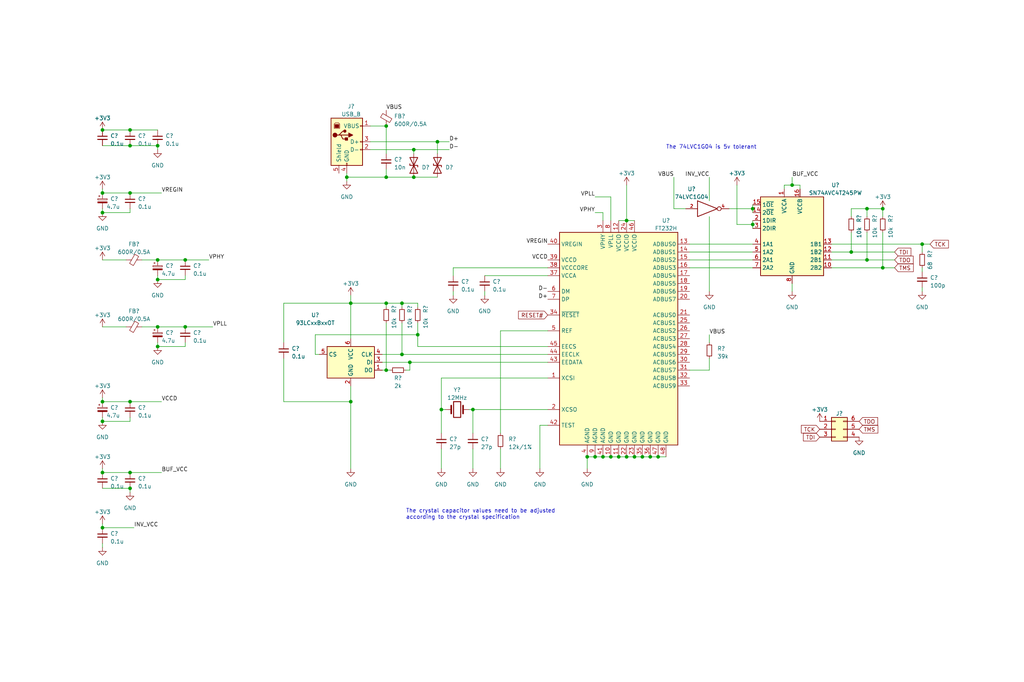
<source format=kicad_sch>
(kicad_sch (version 20210126) (generator eeschema)
  (paper "User" 329.997 219.989)
  (title_block (title "JTAG interface") (date "2021-04-24") (rev "A"))
  (lib_symbols
    (symbol "74xGxx:74LVC1G04" (pin_names (offset 1.016))
      (property "Reference" "U" (at -2.54 3.81 0))
      (property "Value" "74LVC1G04" (at 0 -3.81 0))
      (symbol "74LVC1G04_0_1"
        (polyline (pts (xy -3.81 2.54) (xy -3.81 -2.54) (xy 2.54 0) (xy -3.81 2.54)) (stroke (width 0.254)))
      )
      (symbol "74LVC1G04_1_1"
        (pin input line (at -7.62 0 0) (length 3.81) (name "~") (number "2"))
        (pin power_in line (at 0 -2.54 270) (length 0) hide (name "GND") (number "3"))
        (pin output inverted (at 6.35 0 180) (length 3.81) (name "~") (number "4"))
        (pin power_in line (at 0 2.54 90) (length 0) hide (name "VCC") (number "5"))
      )
    )
    (symbol "Connector:USB_B" (pin_names (offset 1.016))
      (property "Reference" "J" (at -5.08 11.43 0))
      (property "Value" "USB_B" (at -5.08 8.89 0))
      (symbol "USB_B_0_1"
        (circle (center -3.81 2.159) (radius 0.635) (stroke (width 0.254)) (fill (type outline)))
        (circle (center -0.635 3.429) (radius 0.381) (stroke (width 0.254)) (fill (type outline)))
        (rectangle (start -0.127 -7.62) (end 0.127 -6.858))
        (rectangle (start 5.08 -2.667) (end 4.318 -2.413))
        (rectangle (start 5.08 -0.127) (end 4.318 0.127))
        (rectangle (start 5.08 4.953) (end 4.318 5.207))
        (rectangle (start -3.81 5.588) (end -2.54 4.572) (fill (type outline)))
        (rectangle (start 0.254 1.27) (end -0.508 0.508) (stroke (width 0.254)) (fill (type outline)))
        (rectangle (start -5.08 -7.62) (end 5.08 7.62) (stroke (width 0.254)) (fill (type background)))
        (polyline (pts (xy -1.905 2.159) (xy 0.635 2.159)) (stroke (width 0.254)))
        (polyline (pts (xy -3.175 2.159) (xy -2.54 2.159) (xy -1.27 3.429) (xy -0.635 3.429)) (stroke (width 0.254)))
        (polyline (pts (xy -2.54 2.159) (xy -1.905 2.159) (xy -1.27 0.889) (xy 0 0.889)) (stroke (width 0.254)))
        (polyline (pts (xy -4.064 4.318) (xy -2.286 4.318) (xy -2.286 5.715) (xy -2.667 6.096) (xy -3.683 6.096) (xy -4.064 5.715) (xy -4.064 4.318)))
        (polyline (pts (xy 0.635 2.794) (xy 0.635 1.524) (xy 1.905 2.159) (xy 0.635 2.794)) (stroke (width 0.254)) (fill (type outline)))
      )
      (symbol "USB_B_1_1"
        (pin power_out line (at 7.62 5.08 180) (length 2.54) (name "VBUS") (number "1"))
        (pin bidirectional line (at 7.62 -2.54 180) (length 2.54) (name "D-") (number "2"))
        (pin bidirectional line (at 7.62 0 180) (length 2.54) (name "D+") (number "3"))
        (pin power_out line (at 0 -10.16 90) (length 2.54) (name "GND") (number "4"))
        (pin passive line (at -2.54 -10.16 90) (length 2.54) (name "Shield") (number "5"))
      )
    )
    (symbol "Connector_Generic:Conn_02x03_Counter_Clockwise" (pin_names (offset 1.016) hide)
      (property "Reference" "J" (at 1.27 5.08 0))
      (property "Value" "Conn_02x03_Counter_Clockwise" (at 1.27 -5.08 0))
      (symbol "Conn_02x03_Counter_Clockwise_1_1"
        (rectangle (start -1.27 -2.413) (end 0 -2.667) (stroke (width 0.1524)))
        (rectangle (start -1.27 0.127) (end 0 -0.127) (stroke (width 0.1524)))
        (rectangle (start -1.27 2.667) (end 0 2.413) (stroke (width 0.1524)))
        (rectangle (start 3.81 -2.413) (end 2.54 -2.667) (stroke (width 0.1524)))
        (rectangle (start 3.81 0.127) (end 2.54 -0.127) (stroke (width 0.1524)))
        (rectangle (start 3.81 2.667) (end 2.54 2.413) (stroke (width 0.1524)))
        (rectangle (start -1.27 3.81) (end 3.81 -3.81) (stroke (width 0.254)) (fill (type background)))
        (pin passive line (at -5.08 2.54 0) (length 3.81) (name "Pin_1") (number "1"))
        (pin passive line (at -5.08 0 0) (length 3.81) (name "Pin_2") (number "2"))
        (pin passive line (at -5.08 -2.54 0) (length 3.81) (name "Pin_3") (number "3"))
        (pin passive line (at 7.62 -2.54 180) (length 3.81) (name "Pin_4") (number "4"))
        (pin passive line (at 7.62 0 180) (length 3.81) (name "Pin_5") (number "5"))
        (pin passive line (at 7.62 2.54 180) (length 3.81) (name "Pin_6") (number "6"))
      )
    )
    (symbol "Device:C_Polarized_Small" (pin_numbers hide) (pin_names (offset 0.254) hide)
      (property "Reference" "C" (at 0.254 1.778 0))
      (property "Value" "C_Polarized_Small" (at 0.254 -2.032 0))
      (symbol "C_Polarized_Small_0_1"
        (rectangle (start -1.524 0.6858) (end 1.524 0.3048))
        (rectangle (start -1.524 -0.3048) (end 1.524 -0.6858) (fill (type outline)))
        (polyline (pts (xy -1.27 1.524) (xy -0.762 1.524)))
        (polyline (pts (xy -1.016 1.27) (xy -1.016 1.778)))
      )
      (symbol "C_Polarized_Small_1_1"
        (pin passive line (at 0 2.54 270) (length 1.8542) (name "~") (number "1"))
        (pin passive line (at 0 -2.54 90) (length 1.8542) (name "~") (number "2"))
      )
    )
    (symbol "Device:C_Small" (pin_numbers hide) (pin_names (offset 0.254) hide)
      (property "Reference" "C" (at 0.254 1.778 0))
      (property "Value" "C_Small" (at 0.254 -2.032 0))
      (symbol "C_Small_0_1"
        (polyline (pts (xy -1.524 -0.508) (xy 1.524 -0.508)) (stroke (width 0.3302)))
        (polyline (pts (xy -1.524 0.508) (xy 1.524 0.508)) (stroke (width 0.3048)))
      )
      (symbol "C_Small_1_1"
        (pin passive line (at 0 2.54 270) (length 2.032) (name "~") (number "1"))
        (pin passive line (at 0 -2.54 90) (length 2.032) (name "~") (number "2"))
      )
    )
    (symbol "Device:Crystal" (pin_numbers hide) (pin_names (offset 1.016) hide)
      (property "Reference" "Y" (at 0 3.81 0))
      (property "Value" "Crystal" (at 0 -3.81 0))
      (symbol "Crystal_0_1"
        (rectangle (start -1.143 2.54) (end 1.143 -2.54) (stroke (width 0.3048)))
        (polyline (pts (xy -2.54 0) (xy -1.905 0)))
        (polyline (pts (xy -1.905 -1.27) (xy -1.905 1.27)) (stroke (width 0.508)))
        (polyline (pts (xy 1.905 -1.27) (xy 1.905 1.27)) (stroke (width 0.508)))
        (polyline (pts (xy 2.54 0) (xy 1.905 0)))
      )
      (symbol "Crystal_1_1"
        (pin passive line (at -3.81 0 0) (length 1.27) (name "1") (number "1"))
        (pin passive line (at 3.81 0 180) (length 1.27) (name "2") (number "2"))
      )
    )
    (symbol "Device:D_TVS" (pin_numbers hide) (pin_names (offset 1.016) hide)
      (property "Reference" "D" (at 0 2.54 0))
      (property "Value" "D_TVS" (at 0 -2.54 0))
      (symbol "D_TVS_0_1"
        (polyline (pts (xy 1.27 0) (xy -1.27 0)))
        (polyline (pts (xy 0.508 1.27) (xy 0 1.27) (xy 0 -1.27) (xy -0.508 -1.27)) (stroke (width 0.254)))
        (polyline (pts (xy -2.54 1.27) (xy -2.54 -1.27) (xy 2.54 1.27) (xy 2.54 -1.27) (xy -2.54 1.27)) (stroke (width 0.254)))
      )
      (symbol "D_TVS_1_1"
        (pin passive line (at -3.81 0 0) (length 2.54) (name "A1") (number "1"))
        (pin passive line (at 3.81 0 180) (length 2.54) (name "A2") (number "2"))
      )
    )
    (symbol "Device:FerriteBead_Small" (pin_numbers hide) (pin_names (offset 0))
      (property "Reference" "FB" (at 1.905 1.27 0))
      (property "Value" "FerriteBead_Small" (at 1.905 -1.27 0))
      (symbol "FerriteBead_Small_0_1"
        (polyline (pts (xy 0 -1.27) (xy 0 -0.7874)))
        (polyline (pts (xy 0 0.889) (xy 0 1.2954)))
        (polyline (pts (xy -1.8288 0.2794) (xy -1.1176 1.4986) (xy 1.8288 -0.2032) (xy 1.1176 -1.4224) (xy -1.8288 0.2794)))
      )
      (symbol "FerriteBead_Small_1_1"
        (pin passive line (at 0 2.54 270) (length 1.27) (name "~") (number "1"))
        (pin passive line (at 0 -2.54 90) (length 1.27) (name "~") (number "2"))
      )
    )
    (symbol "Device:R_Small" (pin_numbers hide) (pin_names (offset 0.254) hide)
      (property "Reference" "R" (at 0.762 0.508 0))
      (property "Value" "R_Small" (at 0.762 -1.016 0))
      (symbol "R_Small_0_1"
        (rectangle (start -0.762 1.778) (end 0.762 -1.778) (stroke (width 0.2032)))
      )
      (symbol "R_Small_1_1"
        (pin passive line (at 0 2.54 270) (length 0.762) (name "~") (number "1"))
        (pin passive line (at 0 -2.54 90) (length 0.762) (name "~") (number "2"))
      )
    )
    (symbol "Interface_USB:FT232H"
      (property "Reference" "U" (at -19.05 35.56 0))
      (property "Value" "FT232H" (at 12.7 35.56 0))
      (symbol "FT232H_0_1"
        (rectangle (start -19.05 34.29) (end 19.05 -34.29) (stroke (width 0.254)) (fill (type background)))
      )
      (symbol "FT232H_1_1"
        (pin input line (at -22.86 -12.7 0) (length 3.81) (name "XCSI") (number "1"))
        (pin power_in line (at -2.54 -38.1 90) (length 3.81) (name "GND") (number "10"))
        (pin power_in line (at 0 -38.1 90) (length 3.81) (name "GND") (number "11"))
        (pin power_in line (at 0 38.1 270) (length 3.81) (name "VCCIO") (number "12"))
        (pin bidirectional line (at 22.86 30.48 180) (length 3.81) (name "ADBUS0") (number "13"))
        (pin bidirectional line (at 22.86 27.94 180) (length 3.81) (name "ADBUS1") (number "14"))
        (pin bidirectional line (at 22.86 25.4 180) (length 3.81) (name "ADBUS2") (number "15"))
        (pin bidirectional line (at 22.86 22.86 180) (length 3.81) (name "ADBUS3") (number "16"))
        (pin bidirectional line (at 22.86 20.32 180) (length 3.81) (name "ADBUS4") (number "17"))
        (pin bidirectional line (at 22.86 17.78 180) (length 3.81) (name "ADBUS5") (number "18"))
        (pin bidirectional line (at 22.86 15.24 180) (length 3.81) (name "ADBUS6") (number "19"))
        (pin output line (at -22.86 -22.86 0) (length 3.81) (name "XCSO") (number "2"))
        (pin bidirectional line (at 22.86 12.7 180) (length 3.81) (name "ADBUS7") (number "20"))
        (pin bidirectional line (at 22.86 7.62 180) (length 3.81) (name "ACBUS0") (number "21"))
        (pin power_in line (at 2.54 -38.1 90) (length 3.81) (name "GND") (number "22"))
        (pin power_in line (at 5.08 -38.1 90) (length 3.81) (name "GND") (number "23"))
        (pin power_in line (at 2.54 38.1 270) (length 3.81) (name "VCCIO") (number "24"))
        (pin bidirectional line (at 22.86 5.08 180) (length 3.81) (name "ACBUS1") (number "25"))
        (pin bidirectional line (at 22.86 2.54 180) (length 3.81) (name "ACBUS2") (number "26"))
        (pin bidirectional line (at 22.86 0 180) (length 3.81) (name "ACBUS3") (number "27"))
        (pin bidirectional line (at 22.86 -2.54 180) (length 3.81) (name "ACBUS4") (number "28"))
        (pin bidirectional line (at 22.86 -5.08 180) (length 3.81) (name "ACBUS5") (number "29"))
        (pin power_in line (at -5.08 38.1 270) (length 3.81) (name "VPHY") (number "3"))
        (pin bidirectional line (at 22.86 -7.62 180) (length 3.81) (name "ACBUS6") (number "30"))
        (pin bidirectional line (at 22.86 -10.16 180) (length 3.81) (name "ACBUS7") (number "31"))
        (pin bidirectional line (at 22.86 -12.7 180) (length 3.81) (name "ACBUS8") (number "32"))
        (pin bidirectional line (at 22.86 -15.24 180) (length 3.81) (name "ACBUS9") (number "33"))
        (pin input line (at -22.86 7.62 0) (length 3.81) (name "~RESET") (number "34"))
        (pin power_in line (at 7.62 -38.1 90) (length 3.81) (name "GND") (number "35"))
        (pin power_in line (at 10.16 -38.1 90) (length 3.81) (name "GND") (number "36"))
        (pin power_out line (at -22.86 20.32 0) (length 3.81) (name "VCCA") (number "37"))
        (pin power_out line (at -22.86 22.86 0) (length 3.81) (name "VCCCORE") (number "38"))
        (pin power_in line (at -22.86 25.4 0) (length 3.81) (name "VCCD") (number "39"))
        (pin power_in line (at -10.16 -38.1 90) (length 3.81) (name "AGND") (number "4"))
        (pin power_in line (at -22.86 30.48 0) (length 3.81) (name "VREGIN") (number "40"))
        (pin power_in line (at -5.08 -38.1 90) (length 3.81) (name "AGND") (number "41"))
        (pin input line (at -22.86 -27.94 0) (length 3.81) (name "TEST") (number "42"))
        (pin bidirectional line (at -22.86 -7.62 0) (length 3.81) (name "EEDATA") (number "43"))
        (pin input line (at -22.86 -5.08 0) (length 3.81) (name "EECLK") (number "44"))
        (pin input line (at -22.86 -2.54 0) (length 3.81) (name "EECS") (number "45"))
        (pin power_in line (at 5.08 38.1 270) (length 3.81) (name "VCCIO") (number "46"))
        (pin power_in line (at 12.7 -38.1 90) (length 3.81) (name "GND") (number "47"))
        (pin power_in line (at 15.24 -38.1 90) (length 3.81) (name "GND") (number "48"))
        (pin input line (at -22.86 2.54 0) (length 3.81) (name "REF") (number "5"))
        (pin bidirectional line (at -22.86 15.24 0) (length 3.81) (name "DM") (number "6"))
        (pin bidirectional line (at -22.86 12.7 0) (length 3.81) (name "DP") (number "7"))
        (pin power_in line (at -2.54 38.1 270) (length 3.81) (name "VPLL") (number "8"))
        (pin power_in line (at -7.62 -38.1 90) (length 3.81) (name "AGND") (number "9"))
      )
    )
    (symbol "Logic_LevelTranslator:SN74AVC4T245PW"
      (property "Reference" "U" (at -8.89 13.97 0))
      (property "Value" "SN74AVC4T245PW" (at 12.7 13.97 0))
      (symbol "SN74AVC4T245PW_0_1"
        (rectangle (start -10.16 12.7) (end 10.16 -12.7) (stroke (width 0.254)) (fill (type background)))
      )
      (symbol "SN74AVC4T245PW_1_1"
        (pin power_in line (at -2.54 15.24 270) (length 2.54) (name "VCCA") (number "1"))
        (pin bidirectional line (at 12.7 -10.16 180) (length 2.54) (name "2B2") (number "10"))
        (pin bidirectional line (at 12.7 -7.62 180) (length 2.54) (name "2B1") (number "11"))
        (pin bidirectional line (at 12.7 -5.08 180) (length 2.54) (name "1B2") (number "12"))
        (pin bidirectional line (at 12.7 -2.54 180) (length 2.54) (name "1B1") (number "13"))
        (pin input line (at -12.7 7.62 0) (length 2.54) (name "2~OE") (number "14"))
        (pin input line (at -12.7 10.16 0) (length 2.54) (name "1~OE") (number "15"))
        (pin power_in line (at 2.54 15.24 270) (length 2.54) (name "VCCB") (number "16"))
        (pin input line (at -12.7 5.08 0) (length 2.54) (name "1DIR") (number "2"))
        (pin input line (at -12.7 2.54 0) (length 2.54) (name "2DIR") (number "3"))
        (pin bidirectional line (at -12.7 -2.54 0) (length 2.54) (name "1A1") (number "4"))
        (pin bidirectional line (at -12.7 -5.08 0) (length 2.54) (name "1A2") (number "5"))
        (pin bidirectional line (at -12.7 -7.62 0) (length 2.54) (name "2A1") (number "6"))
        (pin bidirectional line (at -12.7 -10.16 0) (length 2.54) (name "2A2") (number "7"))
        (pin power_in line (at 0 -15.24 90) (length 2.54) (name "GND") (number "8"))
        (pin passive line (at 0 -15.24 90) (length 2.54) hide (name "GND") (number "9"))
      )
    )
    (symbol "Memory_EEPROM:93LCxxBxxOT"
      (property "Reference" "U" (at -6.35 6.35 0))
      (property "Value" "93LCxxBxxOT" (at 7.62 -6.35 0))
      (symbol "93LCxxBxxOT_0_1"
        (rectangle (start -7.62 5.08) (end 7.62 -5.08) (stroke (width 0.254)) (fill (type background)))
      )
      (symbol "93LCxxBxxOT_1_1"
        (pin tri_state line (at 10.16 -2.54 180) (length 2.54) (name "DO") (number "1"))
        (pin power_in line (at 0 -7.62 90) (length 2.54) (name "GND") (number "2"))
        (pin input line (at 10.16 0 180) (length 2.54) (name "DI") (number "3"))
        (pin input line (at 10.16 2.54 180) (length 2.54) (name "CLK") (number "4"))
        (pin input line (at -10.16 2.54 0) (length 2.54) (name "CS") (number "5"))
        (pin power_in line (at 0 7.62 270) (length 2.54) (name "VCC") (number "6"))
      )
    )
    (symbol "power:+3.3V" (power) (pin_names (offset 0))
      (property "Value" "+3.3V" (at 0 3.556 0))
      (symbol "+3.3V_0_1"
        (polyline (pts (xy -0.762 1.27) (xy 0 2.54)))
        (polyline (pts (xy 0 0) (xy 0 2.54)))
        (polyline (pts (xy 0 2.54) (xy 0.762 1.27)))
      )
      (symbol "+3.3V_1_1"
        (pin power_in line (at 0 0 90) (length 0) hide (name "+3V3") (number "1"))
      )
    )
    (symbol "power:GND" (power) (pin_names (offset 0))
      (property "Value" "GND" (at 0 -3.81 0))
      (symbol "GND_0_1"
        (polyline (pts (xy 0 0) (xy 0 -1.27) (xy 1.27 -1.27) (xy 0 -2.54) (xy -1.27 -1.27) (xy 0 -1.27)))
      )
      (symbol "GND_1_1"
        (pin power_in line (at 0 0 270) (length 0) hide (name "GND") (number "1"))
      )
    )
  )
  (junction (at 33.02 41.91) (diameter 1.016))
  (junction (at 33.02 62.23) (diameter 1.016))
  (junction (at 33.02 68.58) (diameter 1.016))
  (junction (at 33.02 129.54) (diameter 1.016))
  (junction (at 33.02 135.89) (diameter 1.016))
  (junction (at 33.02 152.4) (diameter 1.016))
  (junction (at 33.02 170.18) (diameter 1.016))
  (junction (at 41.91 41.91) (diameter 1.016))
  (junction (at 41.91 46.99) (diameter 1.016))
  (junction (at 41.91 62.23) (diameter 1.016))
  (junction (at 41.91 129.54) (diameter 1.016))
  (junction (at 41.91 152.4) (diameter 1.016))
  (junction (at 41.91 157.48) (diameter 1.016))
  (junction (at 50.8 46.99) (diameter 1.016))
  (junction (at 50.8 83.82) (diameter 1.016))
  (junction (at 50.8 90.17) (diameter 1.016))
  (junction (at 50.8 105.41) (diameter 1.016))
  (junction (at 50.8 111.76) (diameter 1.016))
  (junction (at 59.69 83.82) (diameter 1.016))
  (junction (at 59.69 105.41) (diameter 1.016))
  (junction (at 111.76 57.15) (diameter 1.016))
  (junction (at 113.03 97.79) (diameter 1.016))
  (junction (at 113.03 129.54) (diameter 1.016))
  (junction (at 124.46 40.64) (diameter 1.016))
  (junction (at 124.46 57.15) (diameter 1.016))
  (junction (at 124.46 97.79) (diameter 1.016))
  (junction (at 124.46 119.38) (diameter 1.016))
  (junction (at 129.54 97.79) (diameter 1.016))
  (junction (at 129.54 114.3) (diameter 1.016))
  (junction (at 132.08 116.84) (diameter 1.016))
  (junction (at 133.35 48.26) (diameter 1.016))
  (junction (at 133.35 57.15) (diameter 1.016))
  (junction (at 134.62 107.95) (diameter 1.016))
  (junction (at 140.97 45.72) (diameter 1.016))
  (junction (at 142.24 132.08) (diameter 1.016))
  (junction (at 152.4 132.08) (diameter 1.016))
  (junction (at 189.23 147.32) (diameter 1.016))
  (junction (at 191.77 147.32) (diameter 1.016))
  (junction (at 194.31 147.32) (diameter 1.016))
  (junction (at 196.85 147.32) (diameter 1.016))
  (junction (at 199.39 147.32) (diameter 1.016))
  (junction (at 201.93 71.12) (diameter 1.016))
  (junction (at 201.93 147.32) (diameter 1.016))
  (junction (at 204.47 147.32) (diameter 1.016))
  (junction (at 207.01 147.32) (diameter 1.016))
  (junction (at 209.55 147.32) (diameter 1.016))
  (junction (at 212.09 147.32) (diameter 1.016))
  (junction (at 242.57 67.31) (diameter 1.016))
  (junction (at 242.57 72.39) (diameter 1.016))
  (junction (at 255.27 59.69) (diameter 1.016))
  (junction (at 274.32 81.28) (diameter 1.016))
  (junction (at 279.4 67.31) (diameter 1.016))
  (junction (at 279.4 83.82) (diameter 1.016))
  (junction (at 284.48 67.31) (diameter 1.016))
  (junction (at 284.48 86.36) (diameter 1.016))
  (junction (at 297.18 78.74) (diameter 1.016))
  (wire (pts (xy 33.02 41.91) (xy 41.91 41.91)))
  (wire (pts (xy 33.02 46.99) (xy 41.91 46.99)))
  (wire (pts (xy 33.02 60.96) (xy 33.02 62.23)))
  (wire (pts (xy 33.02 62.23) (xy 41.91 62.23)))
  (wire (pts (xy 33.02 67.31) (xy 33.02 68.58)))
  (wire (pts (xy 33.02 83.82) (xy 40.64 83.82)))
  (wire (pts (xy 33.02 105.41) (xy 40.64 105.41)))
  (wire (pts (xy 33.02 128.27) (xy 33.02 129.54)))
  (wire (pts (xy 33.02 129.54) (xy 41.91 129.54)))
  (wire (pts (xy 33.02 134.62) (xy 33.02 135.89)))
  (wire (pts (xy 33.02 151.13) (xy 33.02 152.4)))
  (wire (pts (xy 33.02 152.4) (xy 41.91 152.4)))
  (wire (pts (xy 33.02 157.48) (xy 41.91 157.48)))
  (wire (pts (xy 33.02 168.91) (xy 33.02 170.18)))
  (wire (pts (xy 33.02 170.18) (xy 43.18 170.18)))
  (wire (pts (xy 33.02 175.26) (xy 33.02 176.53)))
  (wire (pts (xy 41.91 41.91) (xy 50.8 41.91)))
  (wire (pts (xy 41.91 46.99) (xy 50.8 46.99)))
  (wire (pts (xy 41.91 62.23) (xy 52.07 62.23)))
  (wire (pts (xy 41.91 67.31) (xy 41.91 68.58)))
  (wire (pts (xy 41.91 68.58) (xy 33.02 68.58)))
  (wire (pts (xy 41.91 129.54) (xy 52.07 129.54)))
  (wire (pts (xy 41.91 134.62) (xy 41.91 135.89)))
  (wire (pts (xy 41.91 135.89) (xy 33.02 135.89)))
  (wire (pts (xy 41.91 152.4) (xy 52.07 152.4)))
  (wire (pts (xy 41.91 157.48) (xy 41.91 158.75)))
  (wire (pts (xy 45.72 83.82) (xy 50.8 83.82)))
  (wire (pts (xy 45.72 105.41) (xy 50.8 105.41)))
  (wire (pts (xy 50.8 46.99) (xy 50.8 48.26)))
  (wire (pts (xy 50.8 83.82) (xy 59.69 83.82)))
  (wire (pts (xy 50.8 88.9) (xy 50.8 90.17)))
  (wire (pts (xy 50.8 105.41) (xy 59.69 105.41)))
  (wire (pts (xy 50.8 110.49) (xy 50.8 111.76)))
  (wire (pts (xy 59.69 83.82) (xy 67.31 83.82)))
  (wire (pts (xy 59.69 88.9) (xy 59.69 90.17)))
  (wire (pts (xy 59.69 90.17) (xy 50.8 90.17)))
  (wire (pts (xy 59.69 105.41) (xy 68.58 105.41)))
  (wire (pts (xy 59.69 110.49) (xy 59.69 111.76)))
  (wire (pts (xy 59.69 111.76) (xy 50.8 111.76)))
  (wire (pts (xy 91.44 97.79) (xy 91.44 110.49)))
  (wire (pts (xy 91.44 97.79) (xy 113.03 97.79)))
  (wire (pts (xy 91.44 115.57) (xy 91.44 129.54)))
  (wire (pts (xy 91.44 129.54) (xy 113.03 129.54)))
  (wire (pts (xy 101.6 107.95) (xy 134.62 107.95)))
  (wire (pts (xy 101.6 114.3) (xy 101.6 107.95)))
  (wire (pts (xy 102.87 114.3) (xy 101.6 114.3)))
  (wire (pts (xy 111.76 55.88) (xy 111.76 57.15)))
  (wire (pts (xy 111.76 57.15) (xy 111.76 58.42)))
  (wire (pts (xy 111.76 57.15) (xy 124.46 57.15)))
  (wire (pts (xy 113.03 95.25) (xy 113.03 97.79)))
  (wire (pts (xy 113.03 97.79) (xy 113.03 109.22)))
  (wire (pts (xy 113.03 97.79) (xy 124.46 97.79)))
  (wire (pts (xy 113.03 124.46) (xy 113.03 129.54)))
  (wire (pts (xy 113.03 129.54) (xy 113.03 151.13)))
  (wire (pts (xy 119.38 40.64) (xy 124.46 40.64)))
  (wire (pts (xy 119.38 45.72) (xy 140.97 45.72)))
  (wire (pts (xy 119.38 48.26) (xy 133.35 48.26)))
  (wire (pts (xy 123.19 114.3) (xy 129.54 114.3)))
  (wire (pts (xy 123.19 116.84) (xy 132.08 116.84)))
  (wire (pts (xy 123.19 119.38) (xy 124.46 119.38)))
  (wire (pts (xy 124.46 40.64) (xy 124.46 49.53)))
  (wire (pts (xy 124.46 54.61) (xy 124.46 57.15)))
  (wire (pts (xy 124.46 57.15) (xy 133.35 57.15)))
  (wire (pts (xy 124.46 97.79) (xy 124.46 99.06)))
  (wire (pts (xy 124.46 97.79) (xy 129.54 97.79)))
  (wire (pts (xy 124.46 104.14) (xy 124.46 119.38)))
  (wire (pts (xy 124.46 119.38) (xy 125.73 119.38)))
  (wire (pts (xy 129.54 97.79) (xy 129.54 99.06)))
  (wire (pts (xy 129.54 97.79) (xy 134.62 97.79)))
  (wire (pts (xy 129.54 104.14) (xy 129.54 114.3)))
  (wire (pts (xy 129.54 114.3) (xy 176.53 114.3)))
  (wire (pts (xy 130.81 119.38) (xy 132.08 119.38)))
  (wire (pts (xy 132.08 116.84) (xy 176.53 116.84)))
  (wire (pts (xy 132.08 119.38) (xy 132.08 116.84)))
  (wire (pts (xy 133.35 48.26) (xy 133.35 49.53)))
  (wire (pts (xy 133.35 48.26) (xy 144.78 48.26)))
  (wire (pts (xy 133.35 57.15) (xy 140.97 57.15)))
  (wire (pts (xy 134.62 97.79) (xy 134.62 99.06)))
  (wire (pts (xy 134.62 104.14) (xy 134.62 107.95)))
  (wire (pts (xy 134.62 107.95) (xy 134.62 111.76)))
  (wire (pts (xy 134.62 111.76) (xy 176.53 111.76)))
  (wire (pts (xy 140.97 45.72) (xy 140.97 49.53)))
  (wire (pts (xy 140.97 45.72) (xy 144.78 45.72)))
  (wire (pts (xy 142.24 121.92) (xy 142.24 132.08)))
  (wire (pts (xy 142.24 121.92) (xy 176.53 121.92)))
  (wire (pts (xy 142.24 132.08) (xy 142.24 139.7)))
  (wire (pts (xy 142.24 132.08) (xy 143.51 132.08)))
  (wire (pts (xy 142.24 144.78) (xy 142.24 151.13)))
  (wire (pts (xy 146.05 86.36) (xy 176.53 86.36)))
  (wire (pts (xy 146.05 88.9) (xy 146.05 86.36)))
  (wire (pts (xy 146.05 93.98) (xy 146.05 95.25)))
  (wire (pts (xy 151.13 132.08) (xy 152.4 132.08)))
  (wire (pts (xy 152.4 132.08) (xy 152.4 139.7)))
  (wire (pts (xy 152.4 132.08) (xy 176.53 132.08)))
  (wire (pts (xy 152.4 144.78) (xy 152.4 151.13)))
  (wire (pts (xy 156.21 88.9) (xy 176.53 88.9)))
  (wire (pts (xy 156.21 93.98) (xy 156.21 95.25)))
  (wire (pts (xy 161.29 106.68) (xy 161.29 139.7)))
  (wire (pts (xy 161.29 106.68) (xy 176.53 106.68)))
  (wire (pts (xy 161.29 144.78) (xy 161.29 151.13)))
  (wire (pts (xy 173.99 137.16) (xy 176.53 137.16)))
  (wire (pts (xy 173.99 151.13) (xy 173.99 137.16)))
  (wire (pts (xy 189.23 147.32) (xy 189.23 151.13)))
  (wire (pts (xy 189.23 147.32) (xy 191.77 147.32)))
  (wire (pts (xy 191.77 63.5) (xy 196.85 63.5)))
  (wire (pts (xy 191.77 147.32) (xy 194.31 147.32)))
  (wire (pts (xy 194.31 68.58) (xy 191.77 68.58)))
  (wire (pts (xy 194.31 71.12) (xy 194.31 68.58)))
  (wire (pts (xy 194.31 147.32) (xy 196.85 147.32)))
  (wire (pts (xy 196.85 63.5) (xy 196.85 71.12)))
  (wire (pts (xy 196.85 147.32) (xy 199.39 147.32)))
  (wire (pts (xy 199.39 71.12) (xy 201.93 71.12)))
  (wire (pts (xy 199.39 147.32) (xy 201.93 147.32)))
  (wire (pts (xy 201.93 59.69) (xy 201.93 71.12)))
  (wire (pts (xy 201.93 71.12) (xy 204.47 71.12)))
  (wire (pts (xy 201.93 147.32) (xy 204.47 147.32)))
  (wire (pts (xy 204.47 147.32) (xy 207.01 147.32)))
  (wire (pts (xy 207.01 147.32) (xy 209.55 147.32)))
  (wire (pts (xy 209.55 147.32) (xy 212.09 147.32)))
  (wire (pts (xy 212.09 147.32) (xy 214.63 147.32)))
  (wire (pts (xy 217.17 57.15) (xy 217.17 67.31)))
  (wire (pts (xy 217.17 67.31) (xy 220.98 67.31)))
  (wire (pts (xy 222.25 78.74) (xy 242.57 78.74)))
  (wire (pts (xy 222.25 81.28) (xy 242.57 81.28)))
  (wire (pts (xy 222.25 83.82) (xy 242.57 83.82)))
  (wire (pts (xy 222.25 86.36) (xy 242.57 86.36)))
  (wire (pts (xy 228.6 57.15) (xy 228.6 64.77)))
  (wire (pts (xy 228.6 69.85) (xy 228.6 93.98)))
  (wire (pts (xy 228.6 107.95) (xy 228.6 110.49)))
  (wire (pts (xy 228.6 115.57) (xy 228.6 119.38)))
  (wire (pts (xy 228.6 119.38) (xy 222.25 119.38)))
  (wire (pts (xy 234.95 67.31) (xy 242.57 67.31)))
  (wire (pts (xy 237.49 59.69) (xy 237.49 72.39)))
  (wire (pts (xy 237.49 72.39) (xy 242.57 72.39)))
  (wire (pts (xy 242.57 66.04) (xy 242.57 67.31)))
  (wire (pts (xy 242.57 67.31) (xy 242.57 68.58)))
  (wire (pts (xy 242.57 71.12) (xy 242.57 72.39)))
  (wire (pts (xy 242.57 72.39) (xy 242.57 73.66)))
  (wire (pts (xy 252.73 59.69) (xy 252.73 60.96)))
  (wire (pts (xy 255.27 57.15) (xy 255.27 59.69)))
  (wire (pts (xy 255.27 59.69) (xy 252.73 59.69)))
  (wire (pts (xy 255.27 91.44) (xy 255.27 93.98)))
  (wire (pts (xy 257.81 59.69) (xy 255.27 59.69)))
  (wire (pts (xy 257.81 60.96) (xy 257.81 59.69)))
  (wire (pts (xy 267.97 78.74) (xy 297.18 78.74)))
  (wire (pts (xy 267.97 81.28) (xy 274.32 81.28)))
  (wire (pts (xy 267.97 83.82) (xy 279.4 83.82)))
  (wire (pts (xy 267.97 86.36) (xy 284.48 86.36)))
  (wire (pts (xy 274.32 67.31) (xy 279.4 67.31)))
  (wire (pts (xy 274.32 69.85) (xy 274.32 67.31)))
  (wire (pts (xy 274.32 74.93) (xy 274.32 81.28)))
  (wire (pts (xy 274.32 81.28) (xy 288.29 81.28)))
  (wire (pts (xy 279.4 67.31) (xy 279.4 69.85)))
  (wire (pts (xy 279.4 67.31) (xy 284.48 67.31)))
  (wire (pts (xy 279.4 74.93) (xy 279.4 83.82)))
  (wire (pts (xy 279.4 83.82) (xy 288.29 83.82)))
  (wire (pts (xy 284.48 67.31) (xy 284.48 69.85)))
  (wire (pts (xy 284.48 74.93) (xy 284.48 86.36)))
  (wire (pts (xy 284.48 86.36) (xy 288.29 86.36)))
  (wire (pts (xy 297.18 78.74) (xy 297.18 81.28)))
  (wire (pts (xy 297.18 78.74) (xy 299.72 78.74)))
  (wire (pts (xy 297.18 86.36) (xy 297.18 87.63)))
  (wire (pts (xy 297.18 92.71) (xy 297.18 93.98)))
  (text "The crystal capacitor values need to be adjusted \naccording to the crystal specification" (at 130.81 167.64 0) (effects (font (size 1.27 1.27)) (justify left bottom)))
  (text "The 74LVC1G04 is 5v tolerant\n" (at 243.84 48.26 180) (effects (font (size 1.27 1.27)) (justify right bottom)))
  (label "INV_VCC" (at 43.18 170.18 0))
  (label "VREGIN" (at 52.07 62.23 0))
  (label "VCCD" (at 52.07 129.54 0))
  (label "BUF_VCC" (at 52.07 152.4 0))
  (label "VPHY" (at 67.31 83.82 0))
  (label "VPLL" (at 68.58 105.41 0))
  (label "VBUS" (at 124.46 35.56 0))
  (label "D+" (at 144.78 45.72 0))
  (label "D-" (at 144.78 48.26 0))
  (label "VREGIN" (at 176.53 78.74 180))
  (label "VCCD" (at 176.53 83.82 180))
  (label "D-" (at 176.53 93.98 180))
  (label "D+" (at 176.53 96.52 180))
  (label "VPLL" (at 191.77 63.5 180))
  (label "VPHY" (at 191.77 68.58 180))
  (label "VBUS" (at 217.17 57.15 180))
  (label "INV_VCC" (at 228.6 57.15 180))
  (label "VBUS" (at 228.6 107.95 0))
  (label "BUF_VCC" (at 255.27 57.15 0))
  (global_label "RESET#" (shape input) (at 176.53 101.6 180) (property "Intersheet References" "${INTERSHEET_REFS}" (effects hide)))
  (global_label "TCK" (shape input) (at 264.16 138.43 180) (property "Intersheet References" "${INTERSHEET_REFS}" (effects hide)))
  (global_label "TDI" (shape input) (at 264.16 140.97 180) (property "Intersheet References" "${INTERSHEET_REFS}" (effects hide)))
  (global_label "TDO" (shape input) (at 276.86 135.89 0) (property "Intersheet References" "${INTERSHEET_REFS}" (effects hide)))
  (global_label "TMS" (shape input) (at 276.86 138.43 0) (property "Intersheet References" "${INTERSHEET_REFS}" (effects hide)))
  (global_label "TDI" (shape input) (at 288.29 81.28 0) (property "Intersheet References" "${INTERSHEET_REFS}" (effects hide)))
  (global_label "TDO" (shape input) (at 288.29 83.82 0) (property "Intersheet References" "${INTERSHEET_REFS}" (effects hide)))
  (global_label "TMS" (shape input) (at 288.29 86.36 0) (property "Intersheet References" "${INTERSHEET_REFS}" (effects hide)))
  (global_label "TCK" (shape input) (at 299.72 78.74 0) (property "Intersheet References" "${INTERSHEET_REFS}" (effects hide)))
  (symbol (lib_id "power:+3.3V") (at 33.02 41.91 0) (unit 1)
    (property "Reference" "#PWR?" (effects hide))
    (property "Value" "+3.3V" (at 33.02 38.1 0))
  )
  (symbol (lib_id "power:+3.3V") (at 33.02 60.96 0) (unit 1)
    (property "Reference" "#PWR?" (effects hide))
    (property "Value" "+3.3V" (at 33.02 57.15 0))
  )
  (symbol (lib_id "power:+3.3V") (at 33.02 83.82 0) (unit 1)
    (property "Reference" "#PWR?" (effects hide))
    (property "Value" "+3.3V" (at 33.02 80.01 0))
  )
  (symbol (lib_id "power:+3.3V") (at 33.02 105.41 0) (unit 1)
    (property "Reference" "#PWR?" (effects hide))
    (property "Value" "+3.3V" (at 33.02 101.6 0))
  )
  (symbol (lib_id "power:+3.3V") (at 33.02 128.27 0) (unit 1)
    (property "Reference" "#PWR?" (effects hide))
    (property "Value" "+3.3V" (at 33.02 124.46 0))
  )
  (symbol (lib_id "power:+3.3V") (at 33.02 151.13 0) (unit 1)
    (property "Reference" "#PWR?" (effects hide))
    (property "Value" "+3.3V" (at 33.02 147.32 0))
  )
  (symbol (lib_id "power:+3.3V") (at 33.02 168.91 0) (unit 1)
    (property "Reference" "#PWR?" (effects hide))
    (property "Value" "+3.3V" (at 33.02 165.1 0))
  )
  (symbol (lib_id "power:+3.3V") (at 113.03 95.25 0) (unit 1)
    (property "Reference" "#PWR?" (effects hide))
    (property "Value" "+3.3V" (at 113.03 91.44 0))
  )
  (symbol (lib_id "power:+3.3V") (at 201.93 59.69 0) (unit 1)
    (property "Reference" "#PWR?" (effects hide))
    (property "Value" "+3.3V" (at 201.93 55.88 0))
  )
  (symbol (lib_id "power:+3.3V") (at 237.49 59.69 0) (unit 1)
    (property "Reference" "#PWR?" (effects hide))
    (property "Value" "+3.3V" (at 237.49 55.88 0))
  )
  (symbol (lib_id "power:+3.3V") (at 264.16 135.89 0) (unit 1)
    (property "Reference" "#PWR?" (effects hide))
    (property "Value" "+3.3V" (at 264.16 132.08 0))
  )
  (symbol (lib_id "power:+3.3V") (at 284.48 67.31 0) (unit 1)
    (property "Reference" "#PWR?" (effects hide))
    (property "Value" "+3.3V" (at 284.48 63.5 0))
  )
  (symbol (lib_id "power:GND") (at 33.02 68.58 0) (unit 1)
    (property "Reference" "#PWR?" (effects hide))
    (property "Value" "GND" (at 33.02 73.66 0))
  )
  (symbol (lib_id "power:GND") (at 33.02 135.89 0) (unit 1)
    (property "Reference" "#PWR?" (effects hide))
    (property "Value" "GND" (at 33.02 140.97 0))
  )
  (symbol (lib_id "power:GND") (at 33.02 176.53 0) (mirror y) (unit 1)
    (property "Reference" "#PWR?" (effects hide))
    (property "Value" "GND" (at 33.02 181.61 0))
  )
  (symbol (lib_id "power:GND") (at 41.91 158.75 0) (unit 1)
    (property "Reference" "#PWR?" (effects hide))
    (property "Value" "GND" (at 41.91 163.83 0))
  )
  (symbol (lib_id "power:GND") (at 50.8 48.26 0) (unit 1)
    (property "Reference" "#PWR?" (effects hide))
    (property "Value" "GND" (at 50.8 53.34 0))
  )
  (symbol (lib_id "power:GND") (at 50.8 90.17 0) (unit 1)
    (property "Reference" "#PWR?" (effects hide))
    (property "Value" "GND" (at 50.8 95.25 0))
  )
  (symbol (lib_id "power:GND") (at 50.8 111.76 0) (unit 1)
    (property "Reference" "#PWR?" (effects hide))
    (property "Value" "GND" (at 50.8 116.84 0))
  )
  (symbol (lib_id "power:GND") (at 111.76 58.42 0) (unit 1)
    (property "Reference" "#PWR?" (effects hide))
    (property "Value" "GND" (at 111.76 63.5 0))
  )
  (symbol (lib_id "power:GND") (at 113.03 151.13 0) (unit 1)
    (property "Reference" "#PWR?" (effects hide))
    (property "Value" "GND" (at 113.03 156.21 0))
  )
  (symbol (lib_id "power:GND") (at 142.24 151.13 0) (unit 1)
    (property "Reference" "#PWR?" (effects hide))
    (property "Value" "GND" (at 142.24 156.21 0))
  )
  (symbol (lib_id "power:GND") (at 146.05 95.25 0) (unit 1)
    (property "Reference" "#PWR?" (effects hide))
    (property "Value" "GND" (at 146.05 100.33 0))
  )
  (symbol (lib_id "power:GND") (at 152.4 151.13 0) (unit 1)
    (property "Reference" "#PWR?" (effects hide))
    (property "Value" "GND" (at 152.4 156.21 0))
  )
  (symbol (lib_id "power:GND") (at 156.21 95.25 0) (unit 1)
    (property "Reference" "#PWR?" (effects hide))
    (property "Value" "GND" (at 156.21 100.33 0))
  )
  (symbol (lib_id "power:GND") (at 161.29 151.13 0) (unit 1)
    (property "Reference" "#PWR?" (effects hide))
    (property "Value" "GND" (at 161.29 156.21 0))
  )
  (symbol (lib_id "power:GND") (at 173.99 151.13 0) (unit 1)
    (property "Reference" "#PWR?" (effects hide))
    (property "Value" "GND" (at 173.99 156.21 0))
  )
  (symbol (lib_id "power:GND") (at 189.23 151.13 0) (unit 1)
    (property "Reference" "#PWR?" (effects hide))
    (property "Value" "GND" (at 189.23 156.21 0))
  )
  (symbol (lib_id "power:GND") (at 228.6 93.98 0) (unit 1)
    (property "Reference" "#PWR?" (effects hide))
    (property "Value" "GND" (at 228.6 99.06 0))
  )
  (symbol (lib_id "power:GND") (at 255.27 93.98 0) (unit 1)
    (property "Reference" "#PWR?" (effects hide))
    (property "Value" "GND" (at 255.27 99.06 0))
  )
  (symbol (lib_id "power:GND") (at 276.86 140.97 0) (unit 1)
    (property "Reference" "#PWR?" (effects hide))
    (property "Value" "GND" (at 276.86 146.05 0))
  )
  (symbol (lib_id "power:GND") (at 297.18 93.98 0) (unit 1)
    (property "Reference" "#PWR?" (effects hide))
    (property "Value" "GND" (at 297.18 99.06 0))
  )
  (symbol (lib_id "Device:R_Small") (at 124.46 101.6 0) (unit 1)
    (property "Reference" "R?" (at 127 100.9649 90) (effects (justify left)))
    (property "Value" "10k" (at 127 106.0449 90) (effects (justify left)))
  )
  (symbol (lib_id "Device:R_Small") (at 128.27 119.38 270) (unit 1)
    (property "Reference" "R?" (at 128.27 121.92 90))
    (property "Value" "2k" (at 128.27 124.46 90))
  )
  (symbol (lib_id "Device:R_Small") (at 129.54 101.6 0) (unit 1)
    (property "Reference" "R?" (at 132.08 100.9649 90) (effects (justify left)))
    (property "Value" "10k" (at 132.08 106.0449 90) (effects (justify left)))
  )
  (symbol (lib_id "Device:R_Small") (at 134.62 101.6 0) (unit 1)
    (property "Reference" "R?" (at 137.16 100.9649 90) (effects (justify left)))
    (property "Value" "10k" (at 137.16 106.0449 90) (effects (justify left)))
  )
  (symbol (lib_id "Device:R_Small") (at 161.29 142.24 0) (unit 1)
    (property "Reference" "R?" (at 163.83 141.6049 0) (effects (justify left)))
    (property "Value" "12k/1%" (at 163.83 144.1449 0) (effects (justify left)))
  )
  (symbol (lib_id "Device:R_Small") (at 228.6 113.03 0) (unit 1)
    (property "Reference" "R?" (at 231.14 112.3949 0) (effects (justify left)))
    (property "Value" "39k" (at 231.14 114.9349 0) (effects (justify left)))
  )
  (symbol (lib_id "Device:R_Small") (at 274.32 72.39 0) (unit 1)
    (property "Reference" "R?" (at 276.86 71.7549 90) (effects (justify left)))
    (property "Value" "10k" (at 276.86 76.8349 90) (effects (justify left)))
  )
  (symbol (lib_id "Device:R_Small") (at 279.4 72.39 0) (unit 1)
    (property "Reference" "R?" (at 281.94 71.7549 90) (effects (justify left)))
    (property "Value" "10k" (at 281.94 76.8349 90) (effects (justify left)))
  )
  (symbol (lib_id "Device:R_Small") (at 284.48 72.39 0) (unit 1)
    (property "Reference" "R?" (at 287.02 71.7549 90) (effects (justify left)))
    (property "Value" "10k" (at 287.02 76.8349 90) (effects (justify left)))
  )
  (symbol (lib_id "Device:R_Small") (at 297.18 83.82 0) (unit 1)
    (property "Reference" "R?" (at 299.72 83.1849 90) (effects (justify left)))
    (property "Value" "68" (at 299.72 86.9949 90) (effects (justify left)))
  )
  (symbol (lib_id "Device:C_Polarized_Small") (at 33.02 64.77 0) (unit 1)
    (property "Reference" "C?" (at 35.56 64.1349 0) (effects (justify left)))
    (property "Value" "4.7u" (at 34.29 66.6749 0) (effects (justify left)))
  )
  (symbol (lib_id "Device:C_Polarized_Small") (at 33.02 132.08 0) (unit 1)
    (property "Reference" "C?" (at 35.56 131.4449 0) (effects (justify left)))
    (property "Value" "4.7u" (at 34.29 133.9849 0) (effects (justify left)))
  )
  (symbol (lib_id "Device:C_Polarized_Small") (at 50.8 86.36 0) (unit 1)
    (property "Reference" "C?" (at 53.34 85.7249 0) (effects (justify left)))
    (property "Value" "4.7u" (at 52.07 88.2649 0) (effects (justify left)))
  )
  (symbol (lib_id "Device:C_Polarized_Small") (at 50.8 107.95 0) (unit 1)
    (property "Reference" "C?" (at 53.34 107.3149 0) (effects (justify left)))
    (property "Value" "4.7u" (at 52.07 109.8549 0) (effects (justify left)))
  )
  (symbol (lib_id "Device:C_Small") (at 33.02 44.45 0) (unit 1)
    (property "Reference" "C?" (at 35.56 43.8149 0) (effects (justify left)))
    (property "Value" "0.1u" (at 35.56 46.3549 0) (effects (justify left)))
  )
  (symbol (lib_id "Device:C_Small") (at 33.02 154.94 0) (unit 1)
    (property "Reference" "C?" (at 35.56 154.3049 0) (effects (justify left)))
    (property "Value" "0.1u" (at 35.56 156.8449 0) (effects (justify left)))
  )
  (symbol (lib_id "Device:C_Small") (at 33.02 172.72 0) (unit 1)
    (property "Reference" "C?" (at 35.56 172.0849 0) (effects (justify left)))
    (property "Value" "0.1u" (at 35.56 174.6249 0) (effects (justify left)))
  )
  (symbol (lib_id "Device:C_Small") (at 41.91 44.45 0) (unit 1)
    (property "Reference" "C?" (at 44.45 43.8149 0) (effects (justify left)))
    (property "Value" "0.1u" (at 44.45 46.3549 0) (effects (justify left)))
  )
  (symbol (lib_id "Device:C_Small") (at 41.91 64.77 0) (unit 1)
    (property "Reference" "C?" (at 44.45 64.1349 0) (effects (justify left)))
    (property "Value" "0.1u" (at 44.45 66.6749 0) (effects (justify left)))
  )
  (symbol (lib_id "Device:C_Small") (at 41.91 132.08 0) (unit 1)
    (property "Reference" "C?" (at 44.45 131.4449 0) (effects (justify left)))
    (property "Value" "0.1u" (at 44.45 133.9849 0) (effects (justify left)))
  )
  (symbol (lib_id "Device:C_Small") (at 41.91 154.94 0) (unit 1)
    (property "Reference" "C?" (at 44.45 154.3049 0) (effects (justify left)))
    (property "Value" "0.1u" (at 44.45 156.8449 0) (effects (justify left)))
  )
  (symbol (lib_id "Device:C_Small") (at 50.8 44.45 0) (unit 1)
    (property "Reference" "C?" (at 53.34 43.8149 0) (effects (justify left)))
    (property "Value" "0.1u" (at 53.34 46.3549 0) (effects (justify left)))
  )
  (symbol (lib_id "Device:C_Small") (at 59.69 86.36 0) (unit 1)
    (property "Reference" "C?" (at 62.23 85.7249 0) (effects (justify left)))
    (property "Value" "0.1u" (at 62.23 88.2649 0) (effects (justify left)))
  )
  (symbol (lib_id "Device:C_Small") (at 59.69 107.95 0) (unit 1)
    (property "Reference" "C?" (at 62.23 107.3149 0) (effects (justify left)))
    (property "Value" "0.1u" (at 62.23 109.8549 0) (effects (justify left)))
  )
  (symbol (lib_id "Device:C_Small") (at 91.44 113.03 0) (unit 1)
    (property "Reference" "C?" (at 93.98 112.3949 0) (effects (justify left)))
    (property "Value" "0.1u" (at 93.98 114.9349 0) (effects (justify left)))
  )
  (symbol (lib_id "Device:C_Small") (at 124.46 52.07 0) (unit 1)
    (property "Reference" "C?" (at 127 51.4349 0) (effects (justify left)))
    (property "Value" "10n" (at 127 53.9749 0) (effects (justify left)))
  )
  (symbol (lib_id "Device:C_Small") (at 142.24 142.24 0) (unit 1)
    (property "Reference" "C?" (at 144.78 141.6049 0) (effects (justify left)))
    (property "Value" "27p" (at 144.78 144.1449 0) (effects (justify left)))
  )
  (symbol (lib_id "Device:C_Small") (at 146.05 91.44 0) (unit 1)
    (property "Reference" "C?" (at 148.59 90.8049 0) (effects (justify left)))
    (property "Value" "0.1u" (at 148.59 93.3449 0) (effects (justify left)))
  )
  (symbol (lib_id "Device:C_Small") (at 152.4 142.24 0) (unit 1)
    (property "Reference" "C?" (at 154.94 141.6049 0) (effects (justify left)))
    (property "Value" "27p" (at 154.94 144.1449 0) (effects (justify left)))
  )
  (symbol (lib_id "Device:C_Small") (at 156.21 91.44 0) (unit 1)
    (property "Reference" "C?" (at 158.75 90.8049 0) (effects (justify left)))
    (property "Value" "0.1u" (at 158.75 93.3449 0) (effects (justify left)))
  )
  (symbol (lib_id "Device:C_Small") (at 297.18 90.17 0) (unit 1)
    (property "Reference" "C?" (at 299.72 89.5349 0) (effects (justify left)))
    (property "Value" "100p" (at 299.72 92.0749 0) (effects (justify left)))
  )
  (symbol (lib_id "Device:FerriteBead_Small") (at 43.18 83.82 270) (unit 1)
    (property "Reference" "FB?" (at 43.18 78.74 90))
    (property "Value" "600R/0.5A" (at 43.18 81.28 90))
  )
  (symbol (lib_id "Device:FerriteBead_Small") (at 43.18 105.41 270) (unit 1)
    (property "Reference" "FB?" (at 43.18 100.33 90))
    (property "Value" "600R/0.5A" (at 43.18 102.87 90))
  )
  (symbol (lib_id "Device:FerriteBead_Small") (at 124.46 38.1 0) (unit 1)
    (property "Reference" "FB?" (at 127 37.4649 0) (effects (justify left)))
    (property "Value" "600R/0.5A" (at 127 40.0049 0) (effects (justify left)))
  )
  (symbol (lib_id "Device:D_TVS") (at 133.35 53.34 90) (unit 1)
    (property "Reference" "D?" (at 135.89 53.9749 90) (effects (justify right)))
    (property "Value" "D_TVS" (effects hide))
  )
  (symbol (lib_id "Device:D_TVS") (at 140.97 53.34 90) (unit 1)
    (property "Reference" "D?" (at 143.51 53.9749 90) (effects (justify right)))
    (property "Value" "D_TVS" (effects hide))
  )
  (symbol (lib_id "Device:Crystal") (at 147.32 132.08 0) (unit 1)
    (property "Reference" "Y?" (at 147.32 125.73 0))
    (property "Value" "12MHz" (at 147.32 128.27 0))
  )
  (symbol (lib_id "74xGxx:74LVC1G04") (at 228.6 67.31 0) (unit 1)
    (property "Reference" "U?" (at 222.885 60.96 0))
    (property "Value" "74LVC1G04" (at 222.885 63.5 0))
    (property "Datasheet" "http://www.ti.com/lit/sg/scyt129e/scyt129e.pdf" (effects hide))
  )
  (symbol (lib_id "Connector_Generic:Conn_02x03_Counter_Clockwise") (at 269.24 138.43 0) (unit 1)
    (property "Reference" "J?" (at 270.51 133.35 0))
    (property "Value" "Conn_02x03_Counter_Clockwise" (effects hide))
  )
  (symbol (lib_id "Connector:USB_B") (at 111.76 45.72 0) (unit 1)
    (property "Reference" "J?" (at 113.157 34.29 0))
    (property "Value" "USB_B" (at 113.157 36.83 0))
    (property "Datasheet" " ~" (effects hide))
  )
  (symbol (lib_id "Memory_EEPROM:93LCxxBxxOT") (at 113.03 116.84 0) (unit 1)
    (property "Reference" "U?" (at 101.6 101.6 0))
    (property "Value" "93LCxxBxxOT" (at 101.6 104.14 0))
    (property "Footprint" "Package_TO_SOT_SMD:SOT-23-6" (effects hide))
    (property "Datasheet" "http://ww1.microchip.com/downloads/en/DeviceDoc/20001749K.pdf" (effects hide))
  )
  (symbol (lib_id "Logic_LevelTranslator:SN74AVC4T245PW") (at 255.27 76.2 0) (unit 1)
    (property "Reference" "U?" (at 269.24 59.69 0))
    (property "Value" "SN74AVC4T245PW" (at 269.24 62.23 0))
    (property "Footprint" "Package_SO:TSSOP-16_4.4x5mm_P0.65mm" (effects hide))
    (property "Datasheet" "https://www.ti.com/lit/ds/symlink/sn74avc4t245.pdf" (effects hide))
  )
  (symbol (lib_id "Interface_USB:FT232H") (at 199.39 109.22 0) (unit 1)
    (property "Reference" "U?" (at 214.63 71.12 0))
    (property "Value" "FT232H" (at 214.63 73.66 0))
    (property "Datasheet" "https://www.ftdichip.com/Support/Documents/DataSheets/ICs/DS_FT232H.pdf" (effects hide))
  )
)
</source>
